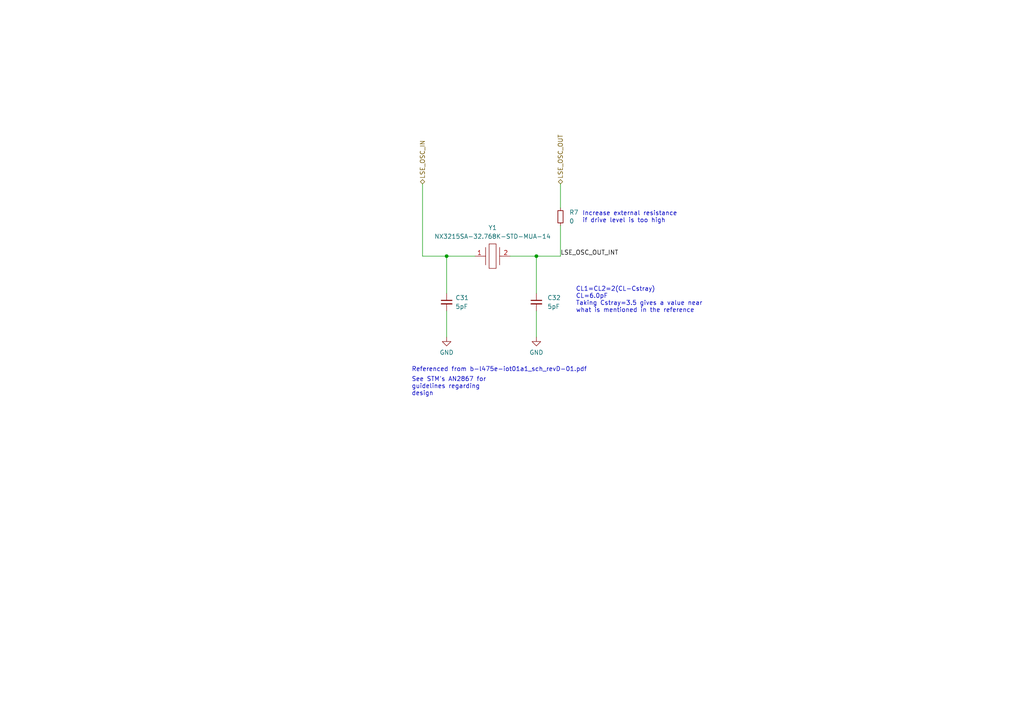
<source format=kicad_sch>
(kicad_sch (version 20230121) (generator eeschema)
  (paper "A4")
  (lib_symbols
    (symbol "Device:C_Small" (pin_numbers hide) (pin_names (offset 0.254) hide)
      (property "Reference" "C" (at 0.254 1.778 0))
      (property "Value" "C_Small" (at 0.254 -2.032 0))
      (symbol "C_Small_0_1"
        (polyline (pts (xy -1.524 -0.508) (xy 1.524 -0.508)) (stroke (width 0.3302)))
        (polyline (pts (xy -1.524 0.508) (xy 1.524 0.508)) (stroke (width 0.3048)))
      )
      (symbol "C_Small_1_1"
        (pin passive line (at 0 2.54 270) (length 2.032) (name "~") (number "1"))
        (pin passive line (at 0 -2.54 90) (length 2.032) (name "~") (number "2"))
      )
    )
    (symbol "Device:R_Small" (pin_numbers hide) (pin_names (offset 0.254) hide)
      (property "Reference" "R" (at 0.762 0.508 0))
      (property "Value" "R_Small" (at 0.762 -1.016 0))
      (symbol "R_Small_0_1"
        (rectangle (start -0.762 1.778) (end 0.762 -1.778) (stroke (width 0.2032)))
      )
      (symbol "R_Small_1_1"
        (pin passive line (at 0 2.54 270) (length 0.762) (name "~") (number "1"))
        (pin passive line (at 0 -2.54 90) (length 0.762) (name "~") (number "2"))
      )
    )
    (symbol "SamacSys_Parts:NX3215SA-32.768K-STD-MUA-14" (pin_names (offset 0.762))
      (property "Reference" "Y" (at 8.89 6.35 0))
      (property "Value" "NX3215SA-32.768K-STD-MUA-14" (at 8.89 3.81 0))
      (symbol "NX3215SA-32.768K-STD-MUA-14_0_0"
        (pin passive line (at 0 0 0) (length 2.54) (name "~") (number "1"))
        (pin passive line (at 10.16 0 180) (length 2.54) (name "~") (number "2"))
      )
      (symbol "NX3215SA-32.768K-STD-MUA-14_0_1"
        (polyline (pts (xy 3.048 0) (xy 2.54 0)) (stroke (width 0.1524)))
        (polyline (pts (xy 3.048 2.54) (xy 3.048 -2.54)) (stroke (width 0.1524)))
        (polyline (pts (xy 7.112 0) (xy 7.62 0)) (stroke (width 0.1524)))
        (polyline (pts (xy 7.112 2.54) (xy 7.112 -2.54)) (stroke (width 0.1524)))
        (polyline (pts (xy 4.064 3.556) (xy 4.064 -3.556) (xy 6.096 -3.556) (xy 6.096 3.556) (xy 4.064 3.556)) (stroke (width 0.1524)))
      )
    )
    (symbol "power:GND" (power) (pin_names (offset 0))
      (property "Value" "GND" (at 0 -3.81 0))
      (symbol "GND_0_1"
        (polyline (pts (xy 0 0) (xy 0 -1.27) (xy 1.27 -1.27) (xy 0 -2.54) (xy -1.27 -1.27) (xy 0 -1.27)))
      )
      (symbol "GND_1_1"
        (pin power_in line (at 0 0 270) (length 0) hide (name "GND") (number "1"))
      )
    )
  )
  (junction (at 155.575 74.295))
  (junction (at 129.54 74.295))
  (wire (pts (xy 155.575 74.295) (xy 155.575 85.09)))
  (wire (pts (xy 129.54 90.17) (xy 129.54 97.79)))
  (wire (pts (xy 147.955 74.295) (xy 155.575 74.295)))
  (wire (pts (xy 155.575 90.17) (xy 155.575 97.79)))
  (wire (pts (xy 137.795 74.295) (xy 129.54 74.295)))
  (wire (pts (xy 162.56 53.34) (xy 162.56 60.325)))
  (wire (pts (xy 129.54 74.295) (xy 129.54 85.09)))
  (wire (pts (xy 162.56 65.405) (xy 162.56 74.295)))
  (wire (pts (xy 122.555 74.295) (xy 129.54 74.295)))
  (wire (pts (xy 122.555 53.34) (xy 122.555 74.295)))
  (wire (pts (xy 162.56 74.295) (xy 155.575 74.295)))
  (text "Referenced from b-l475e-iot01a1_sch_revD-01.pdf" (at 119.38 107.95 0) (effects (font (size 1.27 1.27)) (justify left bottom)))
  (text "See STM's AN2867 for\nguidelines regarding\ndesign" (at 119.38 114.935 0) (effects (font (size 1.27 1.27)) (justify left bottom)))
  (text "Increase external resistance\nif drive level is too high" (at 168.91 64.77 0) (effects (font (size 1.27 1.27)) (justify left bottom)))
  (text "CL1=CL2=2(CL-Cstray)\nCL=6.0pF\nTaking Cstray=3.5 gives a value near\nwhat is mentioned in the reference" (at 167.005 90.805 0) (effects (font (size 1.27 1.27)) (justify left bottom)))
  (label "LSE_OSC_OUT_INT" (at 162.56 74.295 0))
  (hierarchical_label "LSE_OSC_IN" (shape bidirectional) (at 122.555 53.34 90))
  (hierarchical_label "LSE_OSC_OUT" (shape bidirectional) (at 162.56 53.34 90))
  (symbol (lib_id "Device:C_Small") (at 155.575 87.63 0) (unit 1)
    (property "Reference" "C32" (at 158.75 86.3662 0) (effects (justify left)))
    (property "Value" "5pF" (at 158.75 88.9062 0) (effects (justify left)))
    (property "Footprint" "Capacitor_SMD:C_0402_1005Metric" (effects hide))
    (property "LCSC" "C730435" (effects hide))
  )
  (symbol (lib_id "Device:C_Small") (at 129.54 87.63 0) (unit 1)
    (property "Reference" "C31" (at 132.08 86.3662 0) (effects (justify left)))
    (property "Value" "5pF" (at 132.08 88.9062 0) (effects (justify left)))
    (property "Footprint" "Capacitor_SMD:C_0402_1005Metric" (effects hide))
    (property "LCSC" "C730435" (effects hide))
  )
  (symbol (lib_id "Device:R_Small") (at 162.56 62.865 0) (unit 1)
    (property "Reference" "R7" (at 165.1 61.5949 0) (effects (justify left)))
    (property "Value" "0" (at 165.1 64.1349 0) (effects (justify left)))
    (property "Footprint" "Resistor_SMD:R_0402_1005Metric" (effects hide))
    (property "LCSC" "C17168" (effects hide))
  )
  (symbol (lib_id "power:GND") (at 155.575 97.79 0) (unit 1)
    (property "Reference" "#PWR0135" (effects hide))
    (property "Value" "GND" (at 155.575 102.235 0))
  )
  (symbol (lib_id "power:GND") (at 129.54 97.79 0) (unit 1)
    (property "Reference" "#PWR0134" (effects hide))
    (property "Value" "GND" (at 129.54 102.235 0))
  )
  (symbol (lib_id "SamacSys_Parts:NX3215SA-32.768K-STD-MUA-14") (at 137.795 74.295 0) (unit 1)
    (property "Reference" "Y1" (at 142.875 66.04 0))
    (property "Value" "NX3215SA-32.768K-STD-MUA-14" (at 142.875 68.58 0))
    (property "Footprint" "SamacSys_Parts:NX3215SA32768KSTDMUA14" (effects hide))
    (property "Datasheet" "https://www.mouser.com/datasheet/2/905/c_NX3215SA-STD-MUA-14_e-1317539.pdf" (effects hide))
    (property "Description" "NDK 32.76kHz Crystal Unit +/-20ppm SMD 2-Pin 3.2 x 1.5 x 0.8mm" (effects hide))
    (property "Height" "0.9" (effects hide))
    (property "Manufacturer_Name" "NDK" (effects hide))
    (property "Manufacturer_Part_Number" "NX3215SA-32.768K-STD-MUA-14" (effects hide))
    (property "Mouser Part Number" "344-NX3215SA32768K14" (effects hide))
    (property "Mouser Price/Stock" "https://www.mouser.co.uk/ProductDetail/NDK/NX3215SA-32.768K-STD-MUA-14?qs=55YtniHzbhCTyKGENMTVrQ%3D%3D" (effects hide))
    (property "LCSC" "C156244" (effects hide))
  )
)
</source>
